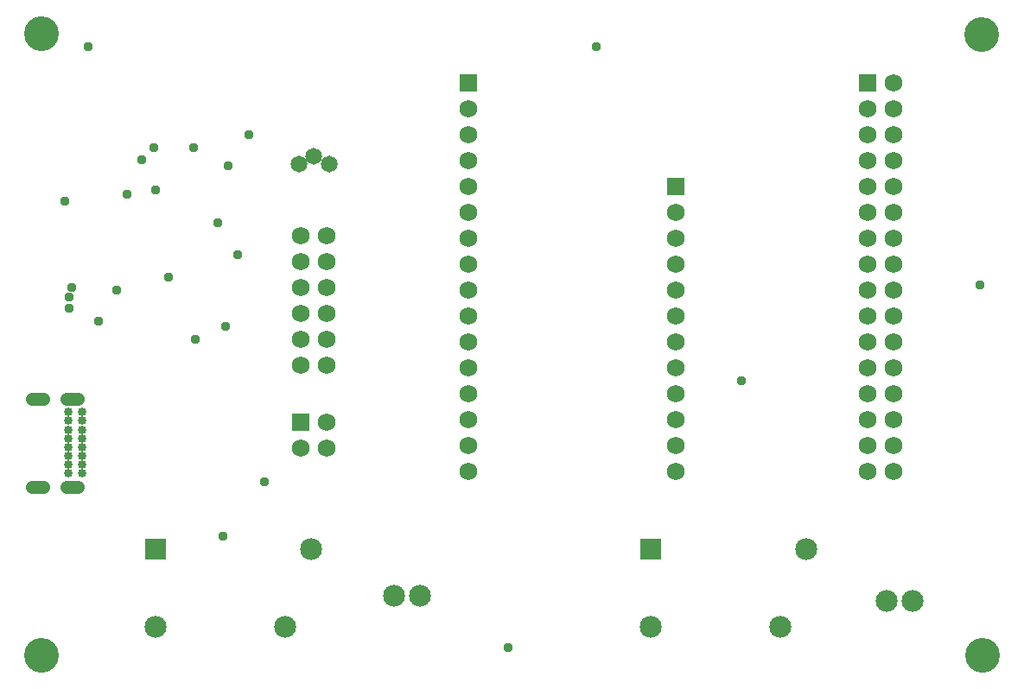
<source format=gbr>
G04 EAGLE Gerber RS-274X export*
G75*
%MOMM*%
%FSLAX34Y34*%
%LPD*%
%INSoldermask Bottom*%
%IPPOS*%
%AMOC8*
5,1,8,0,0,1.08239X$1,22.5*%
G01*
%ADD10C,3.403200*%
%ADD11R,1.733200X1.733200*%
%ADD12C,1.733200*%
%ADD13R,2.153200X2.153200*%
%ADD14C,2.153200*%
%ADD15C,2.146300*%
%ADD16C,0.853200*%
%ADD17C,1.311200*%
%ADD18C,1.653200*%
%ADD19C,0.959600*%


D10*
X25400Y800100D03*
X946150Y798830D03*
X25400Y190500D03*
X947420Y190500D03*
D11*
X646430Y650240D03*
D12*
X646430Y624840D03*
X646430Y599440D03*
X646430Y574040D03*
X646430Y548640D03*
X646430Y523240D03*
X646430Y497840D03*
X646430Y472440D03*
X646430Y447040D03*
X646430Y421640D03*
X646430Y396240D03*
X646430Y370840D03*
D11*
X443230Y751840D03*
D12*
X443230Y726440D03*
X443230Y701040D03*
X443230Y675640D03*
X443230Y650240D03*
X443230Y624840D03*
X443230Y599440D03*
X443230Y574040D03*
X443230Y548640D03*
X443230Y523240D03*
X443230Y497840D03*
X443230Y472440D03*
X443230Y447040D03*
X443230Y421640D03*
X443230Y396240D03*
X443230Y370840D03*
X279400Y601980D03*
X304800Y601980D03*
X279400Y576580D03*
X304800Y576580D03*
X279400Y551180D03*
X304800Y551180D03*
X279400Y525780D03*
X304800Y525780D03*
X279400Y500380D03*
X304800Y500380D03*
X279400Y474980D03*
X304800Y474980D03*
D11*
X834390Y751840D03*
D12*
X859790Y751840D03*
X834390Y726440D03*
X859790Y726440D03*
X834390Y701040D03*
X859790Y701040D03*
X834390Y675640D03*
X859790Y675640D03*
X834390Y650240D03*
X859790Y650240D03*
X834390Y624840D03*
X859790Y624840D03*
X834390Y599440D03*
X859790Y599440D03*
X834390Y574040D03*
X859790Y574040D03*
X834390Y548640D03*
X859790Y548640D03*
X834390Y523240D03*
X859790Y523240D03*
X834390Y497840D03*
X859790Y497840D03*
X834390Y472440D03*
X859790Y472440D03*
X834390Y447040D03*
X859790Y447040D03*
X834390Y421640D03*
X859790Y421640D03*
X834390Y396240D03*
X859790Y396240D03*
X834390Y370840D03*
X859790Y370840D03*
D13*
X137160Y294540D03*
D14*
X137160Y218540D03*
X289560Y294540D03*
X264160Y218540D03*
D13*
X622300Y294540D03*
D14*
X622300Y218540D03*
X774700Y294540D03*
X749300Y218540D03*
D11*
X279400Y419100D03*
D12*
X304800Y419100D03*
X279400Y393700D03*
X304800Y393700D03*
D15*
X370840Y248920D03*
X396240Y248920D03*
X853440Y243840D03*
X878840Y243840D03*
D16*
X64634Y428784D03*
X64634Y420284D03*
X64634Y411784D03*
X64634Y403284D03*
X64634Y394784D03*
X64634Y386284D03*
X64634Y377784D03*
X64634Y369284D03*
X51134Y369284D03*
X51134Y377784D03*
X51134Y386284D03*
X51134Y394784D03*
X51134Y403284D03*
X51134Y411784D03*
X51134Y420284D03*
X51134Y428784D03*
D17*
X49294Y442284D02*
X60374Y442284D01*
X60374Y355784D02*
X49294Y355784D01*
X26574Y355784D02*
X15494Y355784D01*
X15494Y442284D02*
X26574Y442284D01*
D18*
X277100Y672460D03*
X292100Y679460D03*
X307100Y672460D03*
D19*
X71120Y787400D03*
X228600Y701040D03*
X568960Y787400D03*
X944880Y553720D03*
X482600Y198120D03*
X205740Y513080D03*
X198120Y614680D03*
X208280Y670560D03*
X99060Y548640D03*
X109220Y642620D03*
X243840Y360680D03*
X81280Y518160D03*
X149860Y561340D03*
X711200Y459740D03*
X203200Y307340D03*
X123444Y676656D03*
X134874Y688086D03*
X173736Y688086D03*
X54864Y550926D03*
X52578Y541782D03*
X48006Y635508D03*
X137160Y646938D03*
X52578Y530352D03*
X217170Y582930D03*
X176022Y500634D03*
M02*

</source>
